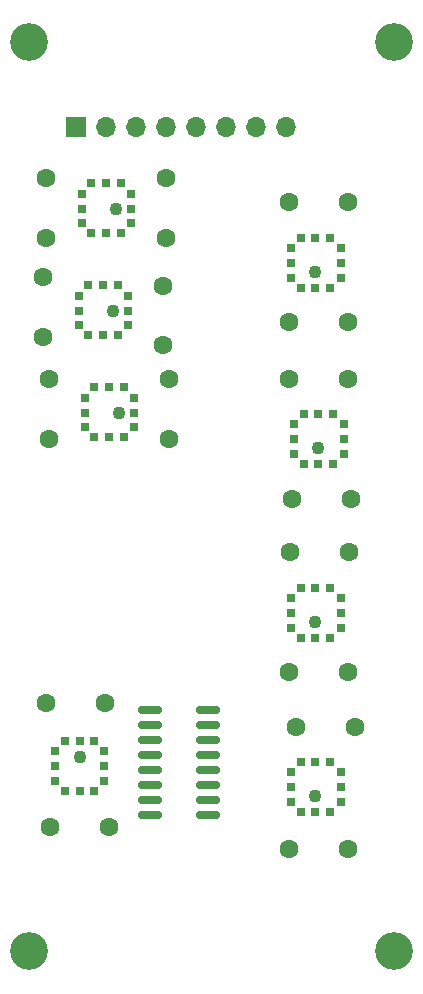
<source format=gbr>
%TF.GenerationSoftware,KiCad,Pcbnew,(6.0.8)*%
%TF.CreationDate,2023-02-12T14:01:58-05:00*%
%TF.ProjectId,PBoard PCB,50426f61-7264-4205-9043-422e6b696361,rev?*%
%TF.SameCoordinates,Original*%
%TF.FileFunction,Soldermask,Top*%
%TF.FilePolarity,Negative*%
%FSLAX46Y46*%
G04 Gerber Fmt 4.6, Leading zero omitted, Abs format (unit mm)*
G04 Created by KiCad (PCBNEW (6.0.8)) date 2023-02-12 14:01:58*
%MOMM*%
%LPD*%
G01*
G04 APERTURE LIST*
G04 Aperture macros list*
%AMRoundRect*
0 Rectangle with rounded corners*
0 $1 Rounding radius*
0 $2 $3 $4 $5 $6 $7 $8 $9 X,Y pos of 4 corners*
0 Add a 4 corners polygon primitive as box body*
4,1,4,$2,$3,$4,$5,$6,$7,$8,$9,$2,$3,0*
0 Add four circle primitives for the rounded corners*
1,1,$1+$1,$2,$3*
1,1,$1+$1,$4,$5*
1,1,$1+$1,$6,$7*
1,1,$1+$1,$8,$9*
0 Add four rect primitives between the rounded corners*
20,1,$1+$1,$2,$3,$4,$5,0*
20,1,$1+$1,$4,$5,$6,$7,0*
20,1,$1+$1,$6,$7,$8,$9,0*
20,1,$1+$1,$8,$9,$2,$3,0*%
G04 Aperture macros list end*
%ADD10RoundRect,0.150000X-0.825000X-0.150000X0.825000X-0.150000X0.825000X0.150000X-0.825000X0.150000X0*%
%ADD11R,0.700000X0.650000*%
%ADD12R,0.650000X0.700000*%
%ADD13C,1.100000*%
%ADD14C,1.600000*%
%ADD15C,3.200000*%
%ADD16O,1.700000X1.700000*%
%ADD17R,1.700000X1.700000*%
G04 APERTURE END LIST*
D10*
%TO.C,REF\u002A\u002A*%
X82935000Y-110099000D03*
X82935000Y-111369000D03*
X82935000Y-112639000D03*
X82935000Y-113909000D03*
X82935000Y-115179000D03*
X82935000Y-116449000D03*
X82935000Y-117719000D03*
X82935000Y-118989000D03*
X87885000Y-118989000D03*
X87885000Y-117719000D03*
X87885000Y-116449000D03*
X87885000Y-115179000D03*
X87885000Y-113909000D03*
X87885000Y-112639000D03*
X87885000Y-111369000D03*
X87885000Y-110099000D03*
%TD*%
D11*
%TO.C,S4*%
X98462000Y-85022000D03*
X97192000Y-85022000D03*
X95972000Y-85022000D03*
D12*
X95142000Y-85852000D03*
X95142000Y-87122000D03*
X95142000Y-88392000D03*
D11*
X95972000Y-89222000D03*
X97192000Y-89222000D03*
X98462000Y-89222000D03*
D12*
X99342000Y-88392000D03*
X99342000Y-87122000D03*
X99342000Y-85852000D03*
%TD*%
D13*
%TO.C,REF\u002A\u002A*%
X97172000Y-87902000D03*
%TD*%
%TO.C,Kevin Lie-Atjam*%
X77032000Y-114028000D03*
%TD*%
D11*
%TO.C,S2*%
X77978000Y-65464000D03*
X79248000Y-65464000D03*
X80518000Y-65464000D03*
D12*
X81348000Y-66344000D03*
X81348000Y-67614000D03*
X81348000Y-68834000D03*
D11*
X80518000Y-69664000D03*
X79248000Y-69664000D03*
X77978000Y-69664000D03*
D12*
X77148000Y-68834000D03*
X77148000Y-67614000D03*
X77148000Y-66344000D03*
%TD*%
D13*
%TO.C,REF\u002A\u002A*%
X96918000Y-102634000D03*
%TD*%
D14*
%TO.C,C6*%
X99996000Y-92202000D03*
X94996000Y-92202000D03*
%TD*%
%TO.C,C13*%
X94702000Y-121822000D03*
X99702000Y-121822000D03*
%TD*%
%TO.C,C14*%
X100330000Y-111506000D03*
X95330000Y-111506000D03*
%TD*%
D13*
%TO.C,Courtesy of*%
X79774000Y-76270000D03*
%TD*%
D15*
%TO.C,M3*%
X103632000Y-53508000D03*
%TD*%
D12*
%TO.C,S0*%
X77402000Y-83616000D03*
X77402000Y-84886000D03*
X77402000Y-86106000D03*
D11*
X78232000Y-86936000D03*
X79502000Y-86936000D03*
X80772000Y-86936000D03*
D12*
X81602000Y-86106000D03*
X81602000Y-84886000D03*
X81602000Y-83616000D03*
D11*
X80772000Y-82736000D03*
X79502000Y-82736000D03*
X78232000Y-82736000D03*
%TD*%
%TO.C,S7*%
X75742000Y-116908000D03*
X77012000Y-116908000D03*
X78232000Y-116908000D03*
D12*
X79062000Y-116078000D03*
X79062000Y-114808000D03*
X79062000Y-113538000D03*
D11*
X78232000Y-112708000D03*
X77012000Y-112708000D03*
X75742000Y-112708000D03*
D12*
X74862000Y-113538000D03*
X74862000Y-114808000D03*
X74862000Y-116078000D03*
%TD*%
D14*
%TO.C,C3*%
X84328000Y-70064000D03*
X84328000Y-65064000D03*
%TD*%
D15*
%TO.C,M3*%
X72696000Y-130508000D03*
%TD*%
D14*
%TO.C,C2*%
X74422000Y-82082000D03*
X74422000Y-87082000D03*
%TD*%
%TO.C,C4*%
X73914000Y-73446000D03*
X73914000Y-78446000D03*
%TD*%
%TO.C,C12*%
X99770000Y-96676000D03*
X94770000Y-96676000D03*
%TD*%
%TO.C,C15*%
X74168000Y-109474000D03*
X79168000Y-109474000D03*
%TD*%
%TO.C,C5*%
X99692000Y-77216000D03*
X94692000Y-77216000D03*
%TD*%
%TO.C,C10*%
X99742000Y-82042000D03*
X94742000Y-82042000D03*
%TD*%
D13*
%TO.C,REF\u002A\u002A*%
X96918000Y-117366000D03*
%TD*%
D14*
%TO.C,C16*%
X74512000Y-119956000D03*
X79512000Y-119956000D03*
%TD*%
%TO.C,C6*%
X74168000Y-65064000D03*
X74168000Y-70064000D03*
%TD*%
%TO.C,C8*%
X99692000Y-67056000D03*
X94692000Y-67056000D03*
%TD*%
D11*
%TO.C,S5*%
X98208000Y-99754000D03*
X96938000Y-99754000D03*
X95718000Y-99754000D03*
D12*
X94888000Y-100584000D03*
X94888000Y-101854000D03*
X94888000Y-103124000D03*
D11*
X95718000Y-103954000D03*
X96938000Y-103954000D03*
X98208000Y-103954000D03*
D12*
X99088000Y-103124000D03*
X99088000Y-101854000D03*
X99088000Y-100584000D03*
%TD*%
D13*
%TO.C,REF\u002A\u002A*%
X80028000Y-67634000D03*
%TD*%
D11*
%TO.C,S3*%
X98208000Y-70104000D03*
X96938000Y-70104000D03*
X95718000Y-70104000D03*
D12*
X94888000Y-70934000D03*
X94888000Y-72204000D03*
X94888000Y-73474000D03*
D11*
X95718000Y-74304000D03*
X96938000Y-74304000D03*
X98208000Y-74304000D03*
D12*
X99088000Y-73474000D03*
X99088000Y-72204000D03*
X99088000Y-70934000D03*
%TD*%
D11*
%TO.C,S1*%
X77724000Y-74100000D03*
X78994000Y-74100000D03*
X80264000Y-74100000D03*
D12*
X81094000Y-74980000D03*
X81094000Y-76250000D03*
X81094000Y-77470000D03*
D11*
X80264000Y-78300000D03*
X78994000Y-78300000D03*
X77724000Y-78300000D03*
D12*
X76894000Y-77470000D03*
X76894000Y-76250000D03*
X76894000Y-74980000D03*
%TD*%
D15*
%TO.C,M3*%
X103632000Y-130508000D03*
%TD*%
D16*
%TO.C,GPIO*%
X94463000Y-60706000D03*
X91923000Y-60706000D03*
X89383000Y-60706000D03*
X86843000Y-60706000D03*
X84303000Y-60706000D03*
X81763000Y-60706000D03*
X79223000Y-60706000D03*
D17*
X76683000Y-60706000D03*
%TD*%
D14*
%TO.C,C11*%
X99742000Y-106836000D03*
X94742000Y-106836000D03*
%TD*%
D13*
%TO.C,REF\u002A\u002A*%
X96918000Y-72984000D03*
%TD*%
D15*
%TO.C,M3*%
X72696000Y-53508000D03*
%TD*%
D14*
%TO.C,C2*%
X84074000Y-79168000D03*
X84074000Y-74168000D03*
%TD*%
%TO.C,C1*%
X84582000Y-82082000D03*
X84582000Y-87082000D03*
%TD*%
D13*
%TO.C,MARKUP v1.0*%
X80282000Y-84906000D03*
%TD*%
D11*
%TO.C,S6*%
X98208000Y-114486000D03*
X96938000Y-114486000D03*
X95718000Y-114486000D03*
D12*
X94888000Y-115316000D03*
X94888000Y-116586000D03*
X94888000Y-117856000D03*
D11*
X95718000Y-118686000D03*
X96938000Y-118686000D03*
X98208000Y-118686000D03*
D12*
X99088000Y-117856000D03*
X99088000Y-116586000D03*
X99088000Y-115316000D03*
%TD*%
M02*

</source>
